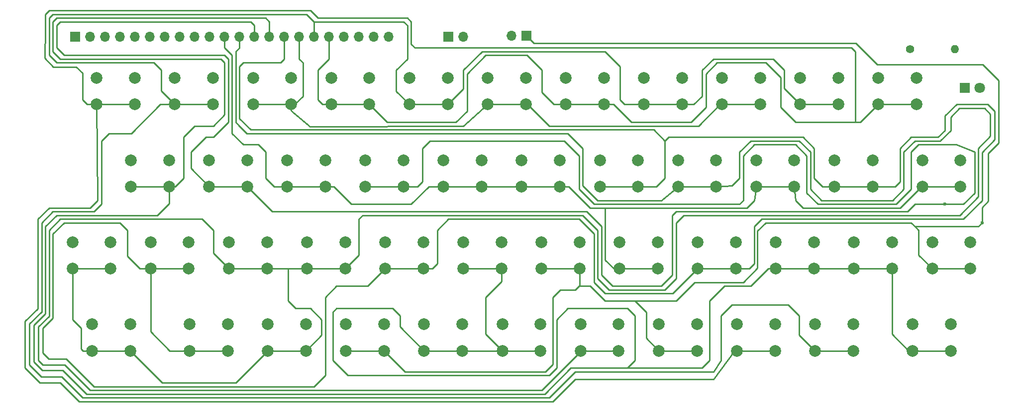
<source format=gbr>
G04 #@! TF.FileFunction,Copper,L2,Bot,Signal*
%FSLAX46Y46*%
G04 Gerber Fmt 4.6, Leading zero omitted, Abs format (unit mm)*
G04 Created by KiCad (PCBNEW 4.0.1-stable) date 03.08.2019 21:45:47*
%MOMM*%
G01*
G04 APERTURE LIST*
%ADD10C,0.100000*%
%ADD11C,2.000000*%
%ADD12R,1.700000X1.700000*%
%ADD13O,1.700000X1.700000*%
%ADD14R,1.800000X1.800000*%
%ADD15C,1.800000*%
%ADD16C,1.400000*%
%ADD17O,1.400000X1.400000*%
%ADD18C,0.600000*%
%ADD19C,0.250000*%
G04 APERTURE END LIST*
D10*
D11*
X192304000Y-122328000D03*
X192304000Y-117828000D03*
X198804000Y-122328000D03*
X198804000Y-117828000D03*
X179004000Y-122328000D03*
X179004000Y-117828000D03*
X185504000Y-122328000D03*
X185504000Y-117828000D03*
X212254000Y-108328000D03*
X212254000Y-103828000D03*
X218754000Y-108328000D03*
X218754000Y-103828000D03*
X176484000Y-80328000D03*
X176484000Y-75828000D03*
X182984000Y-80328000D03*
X182984000Y-75828000D03*
X136584000Y-80328000D03*
X136584000Y-75828000D03*
X143084000Y-80328000D03*
X143084000Y-75828000D03*
X96684000Y-80328000D03*
X96684000Y-75828000D03*
X103184000Y-80328000D03*
X103184000Y-75828000D03*
X229684000Y-80328000D03*
X229684000Y-75828000D03*
X236184000Y-80328000D03*
X236184000Y-75828000D03*
X205604000Y-122328000D03*
X205604000Y-117828000D03*
X212104000Y-122328000D03*
X212104000Y-117828000D03*
X189784000Y-80328000D03*
X189784000Y-75828000D03*
X196284000Y-80328000D03*
X196284000Y-75828000D03*
X149884000Y-80328000D03*
X149884000Y-75828000D03*
X156384000Y-80328000D03*
X156384000Y-75828000D03*
X109984000Y-80328000D03*
X109984000Y-75828000D03*
X116484000Y-80328000D03*
X116484000Y-75828000D03*
X216384000Y-80328000D03*
X216384000Y-75828000D03*
X222884000Y-80328000D03*
X222884000Y-75828000D03*
X218904000Y-122328000D03*
X218904000Y-117828000D03*
X225404000Y-122328000D03*
X225404000Y-117828000D03*
X203084000Y-80328000D03*
X203084000Y-75828000D03*
X209584000Y-80328000D03*
X209584000Y-75828000D03*
X163184000Y-80328000D03*
X163184000Y-75828000D03*
X169684000Y-80328000D03*
X169684000Y-75828000D03*
X123284000Y-80328000D03*
X123284000Y-75828000D03*
X129784000Y-80328000D03*
X129784000Y-75828000D03*
X105854000Y-108328000D03*
X105854000Y-103828000D03*
X112354000Y-108328000D03*
X112354000Y-103828000D03*
X145754000Y-108328000D03*
X145754000Y-103828000D03*
X152254000Y-108328000D03*
X152254000Y-103828000D03*
X198954000Y-108328000D03*
X198954000Y-103828000D03*
X205454000Y-108328000D03*
X205454000Y-103828000D03*
X222194000Y-94328000D03*
X222194000Y-89828000D03*
X228694000Y-94328000D03*
X228694000Y-89828000D03*
X182294000Y-94328000D03*
X182294000Y-89828000D03*
X188794000Y-94328000D03*
X188794000Y-89828000D03*
X112504000Y-122328000D03*
X112504000Y-117828000D03*
X119004000Y-122328000D03*
X119004000Y-117828000D03*
X165704000Y-122328000D03*
X165704000Y-117828000D03*
X172204000Y-122328000D03*
X172204000Y-117828000D03*
X159054000Y-108328000D03*
X159054000Y-103828000D03*
X165554000Y-108328000D03*
X165554000Y-103828000D03*
X102494000Y-94328000D03*
X102494000Y-89828000D03*
X108994000Y-94328000D03*
X108994000Y-89828000D03*
X152404000Y-122328000D03*
X152404000Y-117828000D03*
X158904000Y-122328000D03*
X158904000Y-117828000D03*
X235529000Y-122328000D03*
X235529000Y-117828000D03*
X242029000Y-122328000D03*
X242029000Y-117828000D03*
X225554000Y-108328000D03*
X225554000Y-103828000D03*
X232054000Y-108328000D03*
X232054000Y-103828000D03*
X139104000Y-122328000D03*
X139104000Y-117828000D03*
X145604000Y-122328000D03*
X145604000Y-117828000D03*
X172354000Y-108328000D03*
X172354000Y-103828000D03*
X178854000Y-108328000D03*
X178854000Y-103828000D03*
X142394000Y-94328000D03*
X142394000Y-89828000D03*
X148894000Y-94328000D03*
X148894000Y-89828000D03*
X115794000Y-94328000D03*
X115794000Y-89828000D03*
X122294000Y-94328000D03*
X122294000Y-89828000D03*
X238854000Y-108328000D03*
X238854000Y-103828000D03*
X245354000Y-108328000D03*
X245354000Y-103828000D03*
X132454000Y-108328000D03*
X132454000Y-103828000D03*
X138954000Y-108328000D03*
X138954000Y-103828000D03*
X195594000Y-94328000D03*
X195594000Y-89828000D03*
X202094000Y-94328000D03*
X202094000Y-89828000D03*
X119154000Y-108328000D03*
X119154000Y-103828000D03*
X125654000Y-108328000D03*
X125654000Y-103828000D03*
X125804000Y-122328000D03*
X125804000Y-117828000D03*
X132304000Y-122328000D03*
X132304000Y-117828000D03*
X92554000Y-108328000D03*
X92554000Y-103828000D03*
X99054000Y-108328000D03*
X99054000Y-103828000D03*
X95879000Y-122328000D03*
X95879000Y-117828000D03*
X102379000Y-122328000D03*
X102379000Y-117828000D03*
X129094000Y-94328000D03*
X129094000Y-89828000D03*
X135594000Y-94328000D03*
X135594000Y-89828000D03*
X185654000Y-108328000D03*
X185654000Y-103828000D03*
X192154000Y-108328000D03*
X192154000Y-103828000D03*
X208894000Y-94328000D03*
X208894000Y-89828000D03*
X215394000Y-94328000D03*
X215394000Y-89828000D03*
X155694000Y-94328000D03*
X155694000Y-89828000D03*
X162194000Y-94328000D03*
X162194000Y-89828000D03*
X168994000Y-94328000D03*
X168994000Y-89828000D03*
X175494000Y-94328000D03*
X175494000Y-89828000D03*
X237174000Y-94328000D03*
X237174000Y-89828000D03*
X243674000Y-94328000D03*
X243674000Y-89828000D03*
D12*
X93024000Y-68753000D03*
D13*
X95564000Y-68753000D03*
X98104000Y-68753000D03*
X100644000Y-68753000D03*
X103184000Y-68753000D03*
X105724000Y-68753000D03*
X108264000Y-68753000D03*
X110804000Y-68753000D03*
X113344000Y-68753000D03*
X115884000Y-68753000D03*
X118424000Y-68753000D03*
X120964000Y-68753000D03*
X123504000Y-68753000D03*
X126044000Y-68753000D03*
X128584000Y-68753000D03*
X131124000Y-68753000D03*
X133664000Y-68753000D03*
X136204000Y-68753000D03*
X138744000Y-68753000D03*
X141284000Y-68753000D03*
X143824000Y-68753000D03*
X146364000Y-68753000D03*
D14*
X244408000Y-77516000D03*
D15*
X246948000Y-77516000D03*
D12*
X156524000Y-68753000D03*
D13*
X159064000Y-68753000D03*
D12*
X169799000Y-68643500D03*
D13*
X167259000Y-68643500D03*
D16*
X235077000Y-70866000D03*
D17*
X242697000Y-70866000D03*
D18*
X247329000Y-100503000D03*
X240979000Y-97328000D03*
D19*
X92710000Y-73914000D02*
X93218000Y-73914000D01*
X94241974Y-74937974D02*
X94241974Y-74938010D01*
X93218000Y-73914000D02*
X94241974Y-74937974D01*
X90463000Y-127787000D02*
X87037000Y-127787000D01*
X84500000Y-117328994D02*
X86674000Y-115154994D01*
X84500000Y-125250000D02*
X84500000Y-117328994D01*
X87037000Y-127787000D02*
X84500000Y-125250000D01*
X89281000Y-73914000D02*
X87886953Y-72390034D01*
X87944000Y-67483000D02*
X87944000Y-64943000D01*
X87944000Y-64943000D02*
X88579000Y-64308000D01*
X88579000Y-64308000D02*
X133029000Y-64308000D01*
X133029000Y-64308000D02*
X134299000Y-65578000D01*
X134299000Y-65578000D02*
X149539000Y-65578000D01*
X149539000Y-65578000D02*
X150174000Y-66213000D01*
X150174000Y-66213000D02*
X150174000Y-70023000D01*
X150174000Y-70023000D02*
X150809000Y-70658000D01*
X150809000Y-70658000D02*
X225104000Y-70658000D01*
X225104000Y-70658000D02*
X225739000Y-71293000D01*
X225739000Y-71293000D02*
X225739000Y-83358000D01*
X96684000Y-80328000D02*
X95074000Y-80328000D01*
X94277519Y-79502650D02*
X94241974Y-74938010D01*
X95074000Y-80328000D02*
X94277519Y-79502650D01*
X92710000Y-73914000D02*
X89281000Y-73914000D01*
X87886953Y-72390034D02*
X87944000Y-67483000D01*
X103184000Y-80328000D02*
X96684000Y-80328000D01*
X143084000Y-80328000D02*
X136584000Y-80328000D01*
X96834000Y-96693000D02*
X96684000Y-80328000D01*
X95564000Y-97963000D02*
X96834000Y-96693000D01*
X88579000Y-97963000D02*
X95564000Y-97963000D01*
X86674000Y-99868000D02*
X88579000Y-97963000D01*
X86674000Y-115154994D02*
X86674000Y-99868000D01*
X93659000Y-130983000D02*
X90463000Y-127787000D01*
X174304000Y-130983000D02*
X93659000Y-130983000D01*
X178114000Y-127173000D02*
X174304000Y-130983000D01*
X103184000Y-80328000D02*
X97614000Y-80328000D01*
X182984000Y-80328000D02*
X184609000Y-80328000D01*
X184609000Y-80328000D02*
X187639000Y-83358000D01*
X187639000Y-83358000D02*
X197799000Y-83358000D01*
X197799000Y-83358000D02*
X200339000Y-80818000D01*
X200339000Y-80818000D02*
X200339000Y-75103000D01*
X200339000Y-75103000D02*
X202244000Y-73198000D01*
X202244000Y-73198000D02*
X210499000Y-73198000D01*
X210499000Y-73198000D02*
X213039000Y-75738000D01*
X213039000Y-75738000D02*
X213039000Y-80818000D01*
X213039000Y-80818000D02*
X215579000Y-83358000D01*
X215579000Y-83358000D02*
X225739000Y-83358000D01*
X226654000Y-83358000D02*
X229684000Y-80328000D01*
X226374000Y-83358000D02*
X226654000Y-83358000D01*
X225739000Y-83358000D02*
X226374000Y-83358000D01*
X236184000Y-80328000D02*
X229684000Y-80328000D01*
X176484000Y-80328000D02*
X182984000Y-80328000D01*
X176484000Y-80328000D02*
X174449000Y-80328000D01*
X146114000Y-83358000D02*
X143084000Y-80328000D01*
X157794000Y-83358000D02*
X146114000Y-83358000D01*
X159699000Y-81453000D02*
X157794000Y-83358000D01*
X159699000Y-75103000D02*
X159699000Y-81453000D01*
X162874000Y-71928000D02*
X159699000Y-75103000D01*
X169859000Y-71928000D02*
X162874000Y-71928000D01*
X172399000Y-74468000D02*
X169859000Y-71928000D01*
X172399000Y-78278000D02*
X172399000Y-74468000D01*
X174449000Y-80328000D02*
X172399000Y-78278000D01*
X136584000Y-80328000D02*
X135079000Y-80328000D01*
X135079000Y-80328000D02*
X134299000Y-79548000D01*
X134299000Y-79548000D02*
X134299000Y-74468000D01*
X134299000Y-74468000D02*
X136204000Y-72563000D01*
X136204000Y-72563000D02*
X136204000Y-68753000D01*
X205604000Y-122328000D02*
X212104000Y-122328000D01*
X205604000Y-122328000D02*
X205184000Y-122328000D01*
X205184000Y-122328000D02*
X201609000Y-127173000D01*
X201609000Y-127173000D02*
X178114000Y-127173000D01*
X87309000Y-115750000D02*
X87250000Y-115750000D01*
X87250000Y-126750000D02*
X90696000Y-126750000D01*
X85250000Y-124750000D02*
X87250000Y-126750000D01*
X85250000Y-117750000D02*
X85250000Y-124750000D01*
X87250000Y-115750000D02*
X85250000Y-117750000D01*
X216214000Y-119638000D02*
X218904000Y-122328000D01*
X90696000Y-126750000D02*
X94294000Y-130348000D01*
X94294000Y-130348000D02*
X173669000Y-130348000D01*
X173669000Y-130348000D02*
X178114000Y-125903000D01*
X178114000Y-125903000D02*
X201609000Y-125903000D01*
X201609000Y-125903000D02*
X202879000Y-123998000D01*
X202879000Y-123998000D02*
X202879000Y-116378000D01*
X202879000Y-116378000D02*
X204784000Y-114473000D01*
X204784000Y-114473000D02*
X214309000Y-114473000D01*
X214309000Y-114473000D02*
X216214000Y-116378000D01*
X216214000Y-116378000D02*
X216214000Y-119638000D01*
X97469000Y-97328000D02*
X96199000Y-98598000D01*
X107484000Y-80328000D02*
X102549000Y-85263000D01*
X102549000Y-85263000D02*
X98739000Y-85263000D01*
X98739000Y-85263000D02*
X97469000Y-86533000D01*
X97469000Y-86533000D02*
X97469000Y-97328000D01*
X109984000Y-80328000D02*
X107484000Y-80328000D01*
X87309000Y-100503000D02*
X87309000Y-115750000D01*
X89214000Y-98598000D02*
X87309000Y-100503000D01*
X96199000Y-98598000D02*
X89214000Y-98598000D01*
X218904000Y-122328000D02*
X225404000Y-122328000D01*
X109984000Y-80328000D02*
X116484000Y-80328000D01*
X133664000Y-68753000D02*
X133618873Y-66216223D01*
X107629000Y-77973000D02*
X109984000Y-80328000D01*
X107629000Y-74468000D02*
X107629000Y-77973000D01*
X106359000Y-73198000D02*
X107629000Y-74468000D01*
X89849000Y-73198000D02*
X106359000Y-73198000D01*
X88579000Y-71928000D02*
X89849000Y-73198000D01*
X88579000Y-65578000D02*
X88579000Y-71928000D01*
X89214000Y-64943000D02*
X88579000Y-65578000D01*
X132394000Y-64943000D02*
X89214000Y-64943000D01*
X133618873Y-66216223D02*
X132394000Y-64943000D01*
X189784000Y-80328000D02*
X186514000Y-80328000D01*
X159064000Y-77648000D02*
X156384000Y-80328000D01*
X159064000Y-74468000D02*
X159064000Y-77648000D01*
X162239000Y-71293000D02*
X159064000Y-74468000D01*
X183194000Y-71293000D02*
X162239000Y-71293000D01*
X185734000Y-73833000D02*
X183194000Y-71293000D01*
X185734000Y-79548000D02*
X185734000Y-73833000D01*
X186514000Y-80328000D02*
X185734000Y-79548000D01*
X216384000Y-80328000D02*
X222884000Y-80328000D01*
X196284000Y-80328000D02*
X198289000Y-80328000D01*
X213674000Y-77618000D02*
X216384000Y-80328000D01*
X213674000Y-74468000D02*
X213674000Y-77618000D01*
X211769000Y-72563000D02*
X213674000Y-74468000D01*
X201609000Y-72563000D02*
X211769000Y-72563000D01*
X199704000Y-74468000D02*
X201609000Y-72563000D01*
X199704000Y-78913000D02*
X199704000Y-74468000D01*
X198289000Y-80328000D02*
X199704000Y-78913000D01*
X196284000Y-80328000D02*
X189784000Y-80328000D01*
X149884000Y-80328000D02*
X156384000Y-80328000D01*
X133664000Y-68753000D02*
X133618873Y-66216223D01*
X147634000Y-78078000D02*
X149884000Y-80328000D01*
X147634000Y-74468000D02*
X147634000Y-78078000D01*
X149539000Y-72563000D02*
X147634000Y-74468000D01*
X149539000Y-66848000D02*
X149539000Y-72563000D01*
X148904000Y-66213000D02*
X149539000Y-66848000D01*
X133665237Y-66215371D02*
X148904000Y-66213000D01*
X133618873Y-66216223D02*
X133665237Y-66215371D01*
X94500000Y-122328000D02*
X94328000Y-122328000D01*
X94000000Y-122000000D02*
X94000000Y-121250000D01*
X94328000Y-122328000D02*
X94000000Y-122000000D01*
X92554000Y-116000000D02*
X92554000Y-117054000D01*
X92554000Y-116000000D02*
X92554000Y-108328000D01*
X94000000Y-118500000D02*
X93250000Y-117750000D01*
X94000000Y-121250000D02*
X94000000Y-118500000D01*
X92554000Y-117054000D02*
X93250000Y-117750000D01*
X95879000Y-122328000D02*
X94500000Y-122328000D01*
X91243000Y-124757000D02*
X87507000Y-124757000D01*
X86750000Y-118250000D02*
X88579000Y-116421000D01*
X86750000Y-124000000D02*
X86750000Y-118250000D01*
X87507000Y-124757000D02*
X86750000Y-124000000D01*
X240250000Y-86533000D02*
X240250000Y-86500000D01*
X248750000Y-85747000D02*
X246694000Y-87803000D01*
X248750000Y-82000000D02*
X248750000Y-85747000D01*
X247750000Y-81000000D02*
X248750000Y-82000000D01*
X243500000Y-81000000D02*
X247750000Y-81000000D01*
X242000000Y-82500000D02*
X243500000Y-81000000D01*
X242000000Y-84750000D02*
X242000000Y-82500000D01*
X240250000Y-86500000D02*
X242000000Y-84750000D01*
X120964000Y-68753000D02*
X120964000Y-70658000D01*
X120329000Y-71293000D02*
X120964000Y-70658000D01*
X120329000Y-83358000D02*
X120964000Y-83993000D01*
X120964000Y-83993000D02*
X122234000Y-85263000D01*
X192719000Y-96693000D02*
X195594000Y-94328000D01*
X181924000Y-96693000D02*
X192719000Y-96693000D01*
X179384000Y-94153000D02*
X181924000Y-96693000D01*
X179384000Y-87803000D02*
X179384000Y-94153000D01*
X176844000Y-85263000D02*
X179384000Y-87803000D01*
X122234000Y-85263000D02*
X176844000Y-85263000D01*
X120329000Y-83358000D02*
X120329000Y-71293000D01*
X179004000Y-122328000D02*
X185504000Y-122328000D01*
X179004000Y-122328000D02*
X179004000Y-122473000D01*
X179004000Y-122473000D02*
X172399000Y-129078000D01*
X172399000Y-129078000D02*
X95564000Y-129078000D01*
X95564000Y-129078000D02*
X91243000Y-124757000D01*
X88579000Y-116421000D02*
X88579000Y-102408000D01*
X88579000Y-102408000D02*
X88579000Y-101773000D01*
X88579000Y-101773000D02*
X90484000Y-99868000D01*
X90484000Y-99868000D02*
X114614000Y-99868000D01*
X114614000Y-99868000D02*
X116519000Y-101773000D01*
X116519000Y-101773000D02*
X116519000Y-105693000D01*
X116519000Y-105693000D02*
X119154000Y-108328000D01*
X92554000Y-108328000D02*
X99054000Y-108328000D01*
X102379000Y-122328000D02*
X95879000Y-122328000D01*
X125804000Y-122328000D02*
X125804000Y-122333000D01*
X125804000Y-122333000D02*
X120329000Y-127808000D01*
X107859000Y-127808000D02*
X102379000Y-122328000D01*
X120329000Y-127808000D02*
X107859000Y-127808000D01*
X132304000Y-122328000D02*
X125804000Y-122328000D01*
X129219000Y-108328000D02*
X129219000Y-113838000D01*
X134934000Y-119698000D02*
X132304000Y-122328000D01*
X134934000Y-117013000D02*
X134934000Y-119698000D01*
X133029000Y-115108000D02*
X134934000Y-117013000D01*
X130489000Y-115108000D02*
X133029000Y-115108000D01*
X129219000Y-113838000D02*
X130489000Y-115108000D01*
X125654000Y-108328000D02*
X119154000Y-108328000D01*
X132454000Y-108328000D02*
X129219000Y-108328000D01*
X129219000Y-108328000D02*
X125654000Y-108328000D01*
X138954000Y-108328000D02*
X132454000Y-108328000D01*
X202094000Y-94328000D02*
X204784000Y-94153000D01*
X141284000Y-105998000D02*
X138954000Y-108328000D01*
X246694000Y-87803000D02*
X246694000Y-96058000D01*
X246694000Y-96058000D02*
X243519000Y-99233000D01*
X243519000Y-99233000D02*
X196529000Y-99233000D01*
X196529000Y-99233000D02*
X195259000Y-100503000D01*
X195259000Y-100503000D02*
X195259000Y-110028000D01*
X195259000Y-110028000D02*
X193354000Y-111933000D01*
X193354000Y-111933000D02*
X183829000Y-111933000D01*
X183829000Y-111933000D02*
X181924000Y-110028000D01*
X181924000Y-110028000D02*
X181924000Y-101773000D01*
X181924000Y-101773000D02*
X179384000Y-99233000D01*
X179384000Y-99233000D02*
X141919000Y-99233000D01*
X141919000Y-99233000D02*
X141284000Y-99868000D01*
X141284000Y-99868000D02*
X141284000Y-105998000D01*
X235899000Y-86533000D02*
X240250000Y-86533000D01*
X233994000Y-88438000D02*
X235899000Y-86533000D01*
X233994000Y-94788000D02*
X233994000Y-88438000D01*
X232089000Y-96693000D02*
X233994000Y-94788000D01*
X220024000Y-96693000D02*
X232089000Y-96693000D01*
X218119000Y-94788000D02*
X220024000Y-96693000D01*
X218119000Y-88438000D02*
X218119000Y-94788000D01*
X216214000Y-86533000D02*
X218119000Y-88438000D01*
X207959000Y-86533000D02*
X216214000Y-86533000D01*
X206054000Y-88438000D02*
X207959000Y-86533000D01*
X206054000Y-92883000D02*
X206054000Y-88438000D01*
X204784000Y-94153000D02*
X206054000Y-92883000D01*
X195594000Y-94328000D02*
X202094000Y-94328000D01*
X203084000Y-80328000D02*
X202734000Y-80328000D01*
X202734000Y-80328000D02*
X199069000Y-83993000D01*
X209584000Y-80328000D02*
X203084000Y-80328000D01*
X169684000Y-80328000D02*
X170004000Y-80328000D01*
X170004000Y-80328000D02*
X173669000Y-83993000D01*
X197164000Y-83993000D02*
X199069000Y-83993000D01*
X173669000Y-83993000D02*
X197164000Y-83993000D01*
X129784000Y-80328000D02*
X130344000Y-80328000D01*
X130344000Y-80328000D02*
X131759000Y-78913000D01*
X131124000Y-72563000D02*
X131124000Y-68753000D01*
X131759000Y-73198000D02*
X131124000Y-72563000D01*
X131759000Y-78913000D02*
X131759000Y-73198000D01*
X163184000Y-80328000D02*
X169684000Y-80328000D01*
X129784000Y-80328000D02*
X129784000Y-81383000D01*
X159064000Y-83993000D02*
X163184000Y-80328000D01*
X132940708Y-84095742D02*
X159064000Y-83993000D01*
X129784000Y-81383000D02*
X132940708Y-84095742D01*
X129784000Y-80328000D02*
X123284000Y-80328000D01*
X91503000Y-123747000D02*
X88503000Y-123747000D01*
X87500000Y-118500000D02*
X89214000Y-116786000D01*
X87500000Y-122744000D02*
X87500000Y-118500000D01*
X88503000Y-123747000D02*
X87500000Y-122744000D01*
X239750000Y-85898000D02*
X239852000Y-85898000D01*
X249500000Y-86309004D02*
X247329000Y-88480004D01*
X249500000Y-81500000D02*
X249500000Y-86309004D01*
X248250000Y-80250000D02*
X249500000Y-81500000D01*
X243000000Y-80250000D02*
X248250000Y-80250000D01*
X241000000Y-82250000D02*
X243000000Y-80250000D01*
X241000000Y-84750000D02*
X241000000Y-82250000D01*
X239852000Y-85898000D02*
X241000000Y-84750000D01*
X128584000Y-68753000D02*
X128584000Y-68753000D01*
X191449000Y-84628000D02*
X193354000Y-86533000D01*
X121599000Y-73198000D02*
X120964000Y-73833000D01*
X127936630Y-73201071D02*
X121599000Y-73198000D01*
X128584000Y-72563000D02*
X127936630Y-73201071D01*
X122869000Y-84628000D02*
X186369000Y-84628000D01*
X120964000Y-82723000D02*
X122869000Y-84628000D01*
X120964000Y-73833000D02*
X120964000Y-82723000D01*
X186369000Y-84628000D02*
X191449000Y-84628000D01*
X128584000Y-68753000D02*
X128584000Y-72563000D01*
X105854000Y-108328000D02*
X112354000Y-108328000D01*
X188794000Y-94328000D02*
X182294000Y-94328000D01*
X222194000Y-94328000D02*
X220199000Y-94328000D01*
X191909000Y-94328000D02*
X188794000Y-94328000D01*
X193354000Y-92883000D02*
X191909000Y-94328000D01*
X193354000Y-86533000D02*
X193354000Y-92883000D01*
X193989000Y-85898000D02*
X193354000Y-86533000D01*
X207324000Y-85898000D02*
X193989000Y-85898000D01*
X216849000Y-85898000D02*
X207324000Y-85898000D01*
X218754000Y-87803000D02*
X216849000Y-85898000D01*
X218754000Y-92883000D02*
X218754000Y-87803000D01*
X220199000Y-94328000D02*
X218754000Y-92883000D01*
X228694000Y-94328000D02*
X222194000Y-94328000D01*
X205454000Y-108328000D02*
X207754000Y-108328000D01*
X207754000Y-108328000D02*
X208594000Y-107488000D01*
X208594000Y-107488000D02*
X208594000Y-101138000D01*
X208594000Y-101138000D02*
X209864000Y-99868000D01*
X209864000Y-99868000D02*
X244154000Y-99868000D01*
X244154000Y-99868000D02*
X247329000Y-96693000D01*
X247329000Y-96693000D02*
X247329000Y-88480004D01*
X232549000Y-94328000D02*
X228694000Y-94328000D01*
X233359000Y-93518000D02*
X232549000Y-94328000D01*
X233359000Y-87803000D02*
X233359000Y-93518000D01*
X235264000Y-85898000D02*
X233359000Y-87803000D01*
X239750000Y-85898000D02*
X235264000Y-85898000D01*
X198954000Y-108328000D02*
X205454000Y-108328000D01*
X152254000Y-108328000D02*
X153779000Y-108328000D01*
X194714000Y-112568000D02*
X198954000Y-108328000D01*
X183194000Y-112568000D02*
X194714000Y-112568000D01*
X181289000Y-110663000D02*
X183194000Y-112568000D01*
X181289000Y-102408000D02*
X181289000Y-110663000D01*
X178749000Y-99868000D02*
X181289000Y-102408000D01*
X156524000Y-99868000D02*
X178749000Y-99868000D01*
X154619000Y-101773000D02*
X156524000Y-99868000D01*
X154619000Y-107488000D02*
X154619000Y-101773000D01*
X153779000Y-108328000D02*
X154619000Y-107488000D01*
X145754000Y-108328000D02*
X152254000Y-108328000D01*
X105854000Y-108328000D02*
X104024000Y-108328000D01*
X104024000Y-108328000D02*
X101914000Y-106218000D01*
X101914000Y-106218000D02*
X101914000Y-101773000D01*
X101914000Y-101773000D02*
X100644000Y-100503000D01*
X100644000Y-100503000D02*
X91119000Y-100503000D01*
X91119000Y-100503000D02*
X89214000Y-102408000D01*
X89214000Y-102408000D02*
X89214000Y-116786000D01*
X142784000Y-111298000D02*
X145754000Y-108328000D01*
X137474000Y-111298000D02*
X142784000Y-111298000D01*
X135569000Y-113203000D02*
X137474000Y-111298000D01*
X135569000Y-126538000D02*
X135569000Y-113203000D01*
X133664000Y-128443000D02*
X135569000Y-126538000D01*
X96199000Y-128443000D02*
X133664000Y-128443000D01*
X91503000Y-123747000D02*
X96199000Y-128443000D01*
X112504000Y-122328000D02*
X119004000Y-122328000D01*
X112504000Y-122328000D02*
X109134000Y-122328000D01*
X105854000Y-119048000D02*
X105854000Y-108328000D01*
X109134000Y-122328000D02*
X105854000Y-119048000D01*
X90858000Y-125642000D02*
X87392000Y-125642000D01*
X86000000Y-118000000D02*
X87944000Y-116056000D01*
X86000000Y-124250000D02*
X86000000Y-118000000D01*
X87392000Y-125642000D02*
X86000000Y-124250000D01*
X126044000Y-68753000D02*
X126044000Y-66213000D01*
X125409000Y-65578000D02*
X126044000Y-66213000D01*
X89849000Y-65578000D02*
X125409000Y-65578000D01*
X89214000Y-66213000D02*
X89849000Y-65578000D01*
X89214000Y-71293000D02*
X89214000Y-66213000D01*
X90484000Y-72563000D02*
X89214000Y-71293000D01*
X117789000Y-72563000D02*
X90484000Y-72563000D01*
X118424000Y-73198000D02*
X117789000Y-72563000D01*
X118424000Y-82088000D02*
X118424000Y-73198000D01*
X116519000Y-83993000D02*
X118424000Y-82088000D01*
X113344000Y-83993000D02*
X116519000Y-83993000D01*
X111439000Y-85898000D02*
X113344000Y-83993000D01*
X111439000Y-92883000D02*
X111439000Y-85898000D01*
X111439000Y-92883000D02*
X109994000Y-94328000D01*
X108994000Y-94328000D02*
X102494000Y-94328000D01*
X212254000Y-108328000D02*
X210929000Y-108328000D01*
X199704000Y-125268000D02*
X187004000Y-125268000D01*
X200974000Y-123998000D02*
X199704000Y-125268000D01*
X200974000Y-113838000D02*
X200974000Y-123998000D01*
X203514000Y-111298000D02*
X200974000Y-113838000D01*
X207959000Y-111298000D02*
X203514000Y-111298000D01*
X210929000Y-108328000D02*
X207959000Y-111298000D01*
X98104000Y-99233000D02*
X89849000Y-99233000D01*
X89849000Y-99233000D02*
X87944000Y-101138000D01*
X87944000Y-101138000D02*
X87944000Y-116056000D01*
X108994000Y-94328000D02*
X108994000Y-97233000D01*
X106994000Y-99233000D02*
X98104000Y-99233000D01*
X108994000Y-97233000D02*
X106994000Y-99233000D01*
X148269000Y-118193000D02*
X152404000Y-122328000D01*
X148269000Y-116378000D02*
X148269000Y-118193000D01*
X146999000Y-115108000D02*
X148269000Y-116378000D01*
X137474000Y-115108000D02*
X146999000Y-115108000D01*
X136839000Y-115743000D02*
X137474000Y-115108000D01*
X136839000Y-123998000D02*
X136839000Y-115743000D01*
X139379000Y-126538000D02*
X136839000Y-123998000D01*
X173669000Y-126538000D02*
X139379000Y-126538000D01*
X174939000Y-125268000D02*
X173669000Y-126538000D01*
X174939000Y-117013000D02*
X174939000Y-125268000D01*
X176844000Y-115108000D02*
X174939000Y-117013000D01*
X187004000Y-115108000D02*
X176844000Y-115108000D01*
X188274000Y-116378000D02*
X187004000Y-115108000D01*
X188274000Y-123998000D02*
X188274000Y-116378000D01*
X187004000Y-125268000D02*
X188274000Y-123998000D01*
X177344002Y-125268000D02*
X187004000Y-125268000D01*
X172899002Y-129713000D02*
X177344002Y-125268000D01*
X94929000Y-129713000D02*
X172899002Y-129713000D01*
X90858000Y-125642000D02*
X94929000Y-129713000D01*
X108994000Y-94328000D02*
X109994000Y-94328000D01*
X242029000Y-122328000D02*
X235529000Y-122328000D01*
X232054000Y-108328000D02*
X232054000Y-119518000D01*
X232054000Y-119518000D02*
X234864000Y-122328000D01*
X234864000Y-122328000D02*
X235529000Y-122328000D01*
X218754000Y-108328000D02*
X212254000Y-108328000D01*
X225554000Y-108328000D02*
X218754000Y-108328000D01*
X232054000Y-108328000D02*
X225554000Y-108328000D01*
X165704000Y-122328000D02*
X172204000Y-122328000D01*
X158904000Y-122328000D02*
X152404000Y-122328000D01*
X165704000Y-122328000D02*
X158904000Y-122328000D01*
X159054000Y-108328000D02*
X165554000Y-108328000D01*
X165554000Y-108328000D02*
X165554000Y-110523000D01*
X162874000Y-119498000D02*
X165704000Y-122328000D01*
X162874000Y-113203000D02*
X162874000Y-119498000D01*
X165554000Y-110523000D02*
X162874000Y-113203000D01*
X185654000Y-108328000D02*
X192154000Y-108328000D01*
X183194000Y-97963000D02*
X183194000Y-106853000D01*
X183194000Y-106853000D02*
X184669000Y-108328000D01*
X184669000Y-108328000D02*
X185654000Y-108328000D01*
X237174000Y-94328000D02*
X243674000Y-94328000D01*
X216849000Y-97963000D02*
X233359000Y-97963000D01*
X215579000Y-96693000D02*
X216849000Y-97963000D01*
X233359000Y-97963000D02*
X236994000Y-94328000D01*
X236994000Y-94328000D02*
X237174000Y-94328000D01*
X215394000Y-94328000D02*
X215579000Y-96693000D01*
X208894000Y-94328000D02*
X215394000Y-94328000D01*
X175494000Y-94328000D02*
X177019000Y-94328000D01*
X208594000Y-96693000D02*
X208894000Y-94328000D01*
X207324000Y-97963000D02*
X208594000Y-96693000D01*
X180654000Y-97963000D02*
X183194000Y-97963000D01*
X183194000Y-97963000D02*
X207324000Y-97963000D01*
X177019000Y-94328000D02*
X180654000Y-97963000D01*
X168994000Y-94328000D02*
X175494000Y-94328000D01*
X162194000Y-94328000D02*
X168994000Y-94328000D01*
X155694000Y-94328000D02*
X162194000Y-94328000D01*
X135594000Y-94328000D02*
X137014000Y-94328000D01*
X153174000Y-94328000D02*
X155694000Y-94328000D01*
X150174000Y-97328000D02*
X153174000Y-94328000D01*
X140014000Y-97328000D02*
X150174000Y-97328000D01*
X137014000Y-94328000D02*
X140014000Y-97328000D01*
X129094000Y-94328000D02*
X135594000Y-94328000D01*
X118424000Y-68753000D02*
X118424000Y-70658000D01*
X126854000Y-94328000D02*
X129094000Y-94328000D01*
X125409000Y-92883000D02*
X126854000Y-94328000D01*
X125409000Y-88438000D02*
X125409000Y-92883000D01*
X124139000Y-87168000D02*
X125409000Y-88438000D01*
X121599000Y-87168000D02*
X124139000Y-87168000D01*
X119694000Y-85263000D02*
X121599000Y-87168000D01*
X119694000Y-71928000D02*
X119694000Y-85263000D01*
X118424000Y-70658000D02*
X119694000Y-71928000D01*
X171069000Y-69913500D02*
X169799000Y-68643500D01*
X247329000Y-100503000D02*
X247329000Y-97857000D01*
X225869500Y-69913500D02*
X171069000Y-69913500D01*
X229489000Y-73533000D02*
X225869500Y-69913500D01*
X247459500Y-73533000D02*
X229489000Y-73533000D01*
X250190000Y-76263500D02*
X247459500Y-73533000D01*
X250190000Y-86868000D02*
X250190000Y-76263500D01*
X248348500Y-88709500D02*
X250190000Y-86868000D01*
X248348500Y-96837500D02*
X248348500Y-88709500D01*
X247329000Y-97857000D02*
X248348500Y-96837500D01*
X123504000Y-68753000D02*
X123504000Y-66848000D01*
X90484000Y-66213000D02*
X89849000Y-66848000D01*
X89849000Y-66848000D02*
X89849000Y-70658000D01*
X89849000Y-70658000D02*
X91119000Y-71928000D01*
X91119000Y-71928000D02*
X118424000Y-71928000D01*
X118424000Y-71928000D02*
X119059000Y-72563000D01*
X119059000Y-72563000D02*
X119059000Y-83358000D01*
X119059000Y-83358000D02*
X116519000Y-85898000D01*
X116519000Y-85898000D02*
X115249000Y-85898000D01*
X115249000Y-85898000D02*
X112709000Y-88438000D01*
X112709000Y-88438000D02*
X112709000Y-91243000D01*
X112709000Y-91243000D02*
X115794000Y-94328000D01*
X123504000Y-66848000D02*
X122869000Y-66213000D01*
X122869000Y-66213000D02*
X96199000Y-66213000D01*
X96199000Y-66213000D02*
X90484000Y-66213000D01*
X239709000Y-97328000D02*
X240979000Y-97328000D01*
X233994000Y-98598000D02*
X234629000Y-98598000D01*
X244154000Y-97328000D02*
X246059000Y-95423000D01*
X235899000Y-97328000D02*
X239709000Y-97328000D01*
X239709000Y-97328000D02*
X244154000Y-97328000D01*
X234629000Y-98598000D02*
X235899000Y-97328000D01*
X122294000Y-94328000D02*
X115794000Y-94328000D01*
X195259000Y-98598000D02*
X194624000Y-99233000D01*
X206689000Y-89073000D02*
X208594000Y-87168000D01*
X206689000Y-89708000D02*
X206689000Y-89073000D01*
X206054000Y-97328000D02*
X206689000Y-96693000D01*
X206689000Y-96693000D02*
X206689000Y-89708000D01*
X194624000Y-97328000D02*
X206054000Y-97328000D01*
X246059000Y-88438000D02*
X246059000Y-95423000D01*
X242951000Y-87122000D02*
X246059000Y-88438000D01*
X236534000Y-87168000D02*
X242951000Y-87122000D01*
X235264000Y-88438000D02*
X236534000Y-87168000D01*
X235264000Y-94788000D02*
X235264000Y-88438000D01*
X232724000Y-97328000D02*
X235264000Y-94788000D01*
X219389000Y-97328000D02*
X232724000Y-97328000D01*
X217484000Y-95423000D02*
X219389000Y-97328000D01*
X217484000Y-89073000D02*
X217484000Y-95423000D01*
X215579000Y-87168000D02*
X217484000Y-89073000D01*
X208594000Y-87168000D02*
X215579000Y-87168000D01*
X233994000Y-98598000D02*
X195259000Y-98598000D01*
X126564000Y-98598000D02*
X122294000Y-94328000D01*
X180019000Y-98598000D02*
X126564000Y-98598000D01*
X182559000Y-101138000D02*
X180019000Y-98598000D01*
X182559000Y-109393000D02*
X182559000Y-101138000D01*
X184464000Y-111298000D02*
X182559000Y-109393000D01*
X192719000Y-111298000D02*
X184464000Y-111298000D01*
X194624000Y-109393000D02*
X192719000Y-111298000D01*
X194624000Y-99233000D02*
X194624000Y-109393000D01*
X195124002Y-97328000D02*
X194624000Y-97328000D01*
X194624000Y-97328000D02*
X193989000Y-97328000D01*
X178749000Y-94788000D02*
X181289000Y-97328000D01*
X151269000Y-94328000D02*
X152079000Y-93518000D01*
X152079000Y-93518000D02*
X152079000Y-87803000D01*
X152079000Y-87803000D02*
X153349000Y-86533000D01*
X153349000Y-86533000D02*
X176209000Y-86533000D01*
X176209000Y-86533000D02*
X178749000Y-89073000D01*
X178749000Y-89073000D02*
X178749000Y-94788000D01*
X148894000Y-94328000D02*
X151269000Y-94328000D01*
X181289000Y-97328000D02*
X193989000Y-97328000D01*
X193989000Y-97328000D02*
X195124002Y-97328000D01*
X142394000Y-94328000D02*
X148894000Y-94328000D01*
X246694000Y-101138000D02*
X235899000Y-101138000D01*
X247329000Y-100503000D02*
X246694000Y-101138000D01*
X194624000Y-113838000D02*
X195259000Y-113838000D01*
X206689000Y-110663000D02*
X209094002Y-108257998D01*
X209094002Y-108257998D02*
X209094002Y-101907998D01*
X209094002Y-101907998D02*
X210499000Y-100503000D01*
X210499000Y-100503000D02*
X235264000Y-100503000D01*
X235264000Y-100503000D02*
X235899000Y-101138000D01*
X188274000Y-113838000D02*
X194624000Y-113838000D01*
X195259000Y-113838000D02*
X198434000Y-110663000D01*
X198434000Y-110663000D02*
X206689000Y-110663000D01*
X238854000Y-108328000D02*
X245354000Y-108328000D01*
X236534000Y-106008000D02*
X238854000Y-108328000D01*
X235899000Y-101138000D02*
X236534000Y-101773000D01*
X236534000Y-101773000D02*
X236534000Y-106008000D01*
X192304000Y-122328000D02*
X198804000Y-122328000D01*
X178749000Y-111298000D02*
X180654000Y-111298000D01*
X190179000Y-120203000D02*
X192304000Y-122328000D01*
X190179000Y-115743000D02*
X190179000Y-120203000D01*
X188274000Y-113838000D02*
X190179000Y-115743000D01*
X183194000Y-113838000D02*
X188274000Y-113838000D01*
X180654000Y-111298000D02*
X183194000Y-113838000D01*
X145604000Y-122328000D02*
X139104000Y-122328000D01*
X174304000Y-124633000D02*
X173034000Y-125903000D01*
X178854000Y-111193000D02*
X178749000Y-111298000D01*
X178749000Y-111298000D02*
X178114000Y-111933000D01*
X178114000Y-111933000D02*
X175574000Y-111933000D01*
X175574000Y-111933000D02*
X174304000Y-113203000D01*
X174304000Y-113203000D02*
X174304000Y-124633000D01*
X178854000Y-108328000D02*
X178854000Y-111193000D01*
X149179000Y-125903000D02*
X145604000Y-122328000D01*
X173034000Y-125903000D02*
X149179000Y-125903000D01*
X178854000Y-108328000D02*
X172354000Y-108328000D01*
M02*

</source>
